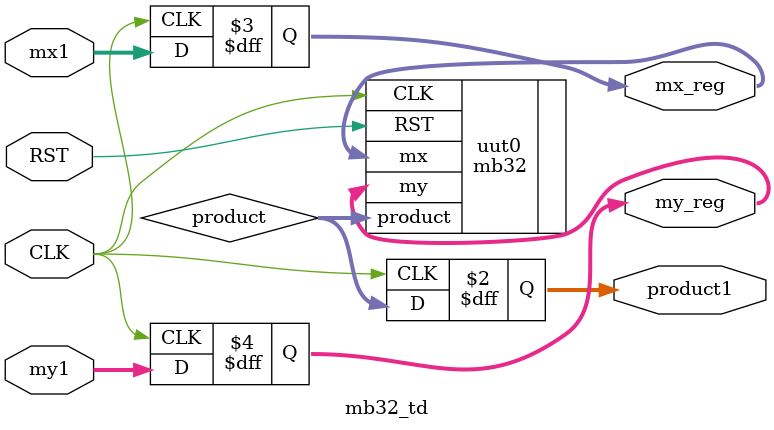
<source format=v>
`timescale 1ns / 1ps
module mb32_td (mx1, my1, CLK, RST, product1, mx_reg, my_reg);
parameter WIDTH=32;   
input wire [WIDTH-1:0] mx1;
input wire [WIDTH-1:0] my1;
input wire CLK;
input wire RST;
output reg [(2*WIDTH)-1:0] product1;
output reg [WIDTH-1:0] mx_reg;
output reg [WIDTH-1:0] my_reg;


wire [(2*WIDTH)-1:0] product;


always@ (posedge CLK)
begin
mx_reg<=mx1;
my_reg<=my1;
product1<=product;
end



	 mb32 uut0 (
		.mx(mx_reg), 
		.my(my_reg),
		.CLK(CLK), 
		.RST(RST),     
		.product(product)

	);


endmodule

</source>
